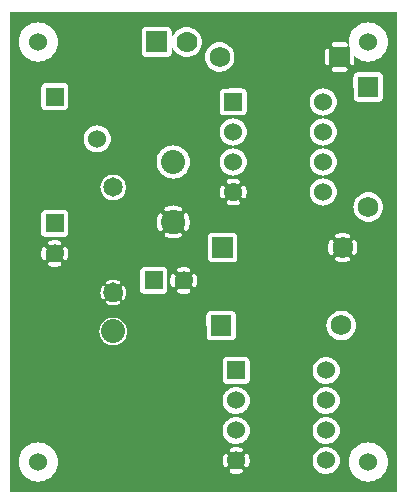
<source format=gbl>
G04 start of page 3 for group 1 idx 1 *
G04 Title: (unknown), ground *
G04 Creator: pcb 20110918 *
G04 CreationDate: Tue 15 Sep 2015 23:47:47 GMT UTC *
G04 For: ksarkies *
G04 Format: Gerber/RS-274X *
G04 PCB-Dimensions: 130000 160000 *
G04 PCB-Coordinate-Origin: lower left *
%MOIN*%
%FSLAX25Y25*%
%LNBOTTOM*%
%ADD42C,0.0280*%
%ADD41C,0.0400*%
%ADD40C,0.0350*%
%ADD39C,0.0280*%
%ADD38C,0.0440*%
%ADD37C,0.0300*%
%ADD36C,0.0380*%
%ADD35C,0.0850*%
%ADD34C,0.0800*%
%ADD33C,0.0700*%
%ADD32C,0.0680*%
%ADD31C,0.0650*%
%ADD30C,0.0800*%
%ADD29C,0.0600*%
%ADD28C,0.0001*%
G54D28*G36*
X119992Y160000D02*X129500D01*
Y0D01*
X119992D01*
Y3481D01*
X120000Y3480D01*
X121020Y3560D01*
X122015Y3799D01*
X122960Y4191D01*
X123832Y4725D01*
X124610Y5390D01*
X125275Y6168D01*
X125809Y7040D01*
X126201Y7985D01*
X126440Y8980D01*
X126500Y10000D01*
X126440Y11020D01*
X126201Y12015D01*
X125809Y12960D01*
X125275Y13832D01*
X124610Y14610D01*
X123832Y15275D01*
X122960Y15809D01*
X122015Y16201D01*
X121020Y16440D01*
X120000Y16520D01*
X119992Y16519D01*
Y90085D01*
X120000Y90085D01*
X120769Y90145D01*
X121519Y90325D01*
X122231Y90621D01*
X122889Y91024D01*
X123476Y91524D01*
X123976Y92111D01*
X124379Y92769D01*
X124675Y93481D01*
X124855Y94231D01*
X124900Y95000D01*
X124855Y95769D01*
X124675Y96519D01*
X124379Y97231D01*
X123976Y97889D01*
X123476Y98476D01*
X122889Y98976D01*
X122231Y99379D01*
X121519Y99675D01*
X120769Y99855D01*
X120000Y99915D01*
X119992Y99915D01*
Y130107D01*
X123635Y130114D01*
X123865Y130169D01*
X124083Y130259D01*
X124284Y130383D01*
X124464Y130536D01*
X124617Y130716D01*
X124741Y130917D01*
X124831Y131135D01*
X124886Y131365D01*
X124900Y131600D01*
X124886Y138635D01*
X124831Y138865D01*
X124741Y139083D01*
X124617Y139284D01*
X124464Y139464D01*
X124284Y139617D01*
X124083Y139741D01*
X123865Y139831D01*
X123635Y139886D01*
X123400Y139900D01*
X119992Y139893D01*
Y143481D01*
X120000Y143480D01*
X121020Y143560D01*
X122015Y143799D01*
X122960Y144191D01*
X123832Y144725D01*
X124610Y145390D01*
X125275Y146168D01*
X125809Y147040D01*
X126201Y147985D01*
X126440Y148980D01*
X126500Y150000D01*
X126440Y151020D01*
X126201Y152015D01*
X125809Y152960D01*
X125275Y153832D01*
X124610Y154610D01*
X123832Y155275D01*
X122960Y155809D01*
X122015Y156201D01*
X121020Y156440D01*
X120000Y156520D01*
X119992Y156519D01*
Y160000D01*
G37*
G36*
X115464Y5326D02*X116168Y4725D01*
X117040Y4191D01*
X117985Y3799D01*
X118980Y3560D01*
X119992Y3481D01*
Y0D01*
X115464D01*
Y5326D01*
G37*
G36*
Y93147D02*X115621Y92769D01*
X116024Y92111D01*
X116524Y91524D01*
X117111Y91024D01*
X117769Y90621D01*
X118481Y90325D01*
X119231Y90145D01*
X119992Y90085D01*
Y16519D01*
X118980Y16440D01*
X117985Y16201D01*
X117040Y15809D01*
X116168Y15275D01*
X115464Y14674D01*
Y53472D01*
X115675Y53981D01*
X115855Y54731D01*
X115900Y55500D01*
X115855Y56269D01*
X115675Y57019D01*
X115464Y57528D01*
Y79064D01*
X115549Y79089D01*
X115655Y79139D01*
X115753Y79206D01*
X115839Y79287D01*
X115911Y79380D01*
X115966Y79484D01*
X116141Y79912D01*
X116270Y80355D01*
X116357Y80809D01*
X116400Y81269D01*
Y81731D01*
X116357Y82191D01*
X116270Y82645D01*
X116141Y83088D01*
X115971Y83518D01*
X115915Y83622D01*
X115842Y83716D01*
X115755Y83797D01*
X115657Y83864D01*
X115550Y83914D01*
X115464Y83940D01*
Y93147D01*
G37*
G36*
Y130621D02*X115536Y130536D01*
X115716Y130383D01*
X115917Y130259D01*
X116135Y130169D01*
X116365Y130114D01*
X116600Y130100D01*
X119992Y130107D01*
Y99915D01*
X119231Y99855D01*
X118481Y99675D01*
X117769Y99379D01*
X117111Y98976D01*
X116524Y98476D01*
X116024Y97889D01*
X115621Y97231D01*
X115464Y96853D01*
Y130621D01*
G37*
G36*
Y145326D02*X116168Y144725D01*
X117040Y144191D01*
X117985Y143799D01*
X118980Y143560D01*
X119992Y143481D01*
Y139893D01*
X116365Y139886D01*
X116135Y139831D01*
X115917Y139741D01*
X115716Y139617D01*
X115536Y139464D01*
X115464Y139379D01*
Y145326D01*
G37*
G36*
Y160000D02*X119992D01*
Y156519D01*
X118980Y156440D01*
X117985Y156201D01*
X117040Y155809D01*
X116168Y155275D01*
X115464Y154674D01*
Y160000D01*
G37*
G36*
Y14674D02*X115390Y14610D01*
X114725Y13832D01*
X114191Y12960D01*
X113799Y12015D01*
X113560Y11020D01*
X113480Y10000D01*
X113560Y8980D01*
X113799Y7985D01*
X114191Y7040D01*
X114725Y6168D01*
X115390Y5390D01*
X115464Y5326D01*
Y0D01*
X110500D01*
Y50624D01*
X111000Y50585D01*
X111769Y50645D01*
X112519Y50825D01*
X113231Y51121D01*
X113889Y51524D01*
X114476Y52024D01*
X114976Y52611D01*
X115379Y53269D01*
X115464Y53472D01*
Y14674D01*
G37*
G36*
X110500Y160000D02*X115464D01*
Y154674D01*
X115390Y154610D01*
X114725Y153832D01*
X114191Y152960D01*
X113799Y152015D01*
X113560Y151020D01*
X113480Y150000D01*
X113560Y148980D01*
X113799Y147985D01*
X114058Y147361D01*
X114041Y147342D01*
X113980Y147242D01*
X113935Y147132D01*
X113907Y147018D01*
X113900Y146900D01*
Y143100D01*
X113907Y142982D01*
X113935Y142868D01*
X113980Y142758D01*
X114041Y142658D01*
X114118Y142568D01*
X114208Y142491D01*
X114308Y142430D01*
X114418Y142385D01*
X114532Y142357D01*
X114650Y142348D01*
X114768Y142357D01*
X114882Y142385D01*
X114992Y142430D01*
X115092Y142491D01*
X115182Y142568D01*
X115259Y142658D01*
X115320Y142758D01*
X115365Y142868D01*
X115393Y142982D01*
X115400Y143100D01*
Y145381D01*
X115464Y145326D01*
Y139379D01*
X115383Y139284D01*
X115259Y139083D01*
X115169Y138865D01*
X115114Y138635D01*
X115100Y138400D01*
X115114Y131365D01*
X115169Y131135D01*
X115259Y130917D01*
X115383Y130716D01*
X115464Y130621D01*
Y96853D01*
X115325Y96519D01*
X115145Y95769D01*
X115085Y95000D01*
X115145Y94231D01*
X115325Y93481D01*
X115464Y93147D01*
Y83940D01*
X115436Y83948D01*
X115318Y83962D01*
X115200Y83959D01*
X115083Y83937D01*
X114972Y83896D01*
X114868Y83839D01*
X114774Y83766D01*
X114693Y83680D01*
X114626Y83582D01*
X114575Y83475D01*
X114542Y83361D01*
X114527Y83243D01*
X114531Y83124D01*
X114553Y83008D01*
X114596Y82897D01*
X114717Y82601D01*
X114806Y82293D01*
X114866Y81979D01*
X114896Y81660D01*
Y81340D01*
X114866Y81021D01*
X114806Y80707D01*
X114717Y80399D01*
X114599Y80101D01*
X114557Y79991D01*
X114535Y79875D01*
X114531Y79757D01*
X114546Y79640D01*
X114579Y79527D01*
X114629Y79420D01*
X114696Y79322D01*
X114776Y79236D01*
X114870Y79164D01*
X114973Y79107D01*
X115084Y79067D01*
X115200Y79045D01*
X115318Y79041D01*
X115435Y79056D01*
X115464Y79064D01*
Y57528D01*
X115379Y57731D01*
X114976Y58389D01*
X114476Y58976D01*
X113889Y59476D01*
X113231Y59879D01*
X112519Y60175D01*
X111769Y60355D01*
X111000Y60415D01*
X110500Y60376D01*
Y76702D01*
X110809Y76643D01*
X111269Y76600D01*
X111731D01*
X112191Y76643D01*
X112645Y76730D01*
X113088Y76859D01*
X113518Y77029D01*
X113622Y77085D01*
X113716Y77158D01*
X113797Y77245D01*
X113864Y77343D01*
X113914Y77450D01*
X113948Y77564D01*
X113962Y77682D01*
X113959Y77800D01*
X113936Y77917D01*
X113896Y78028D01*
X113839Y78132D01*
X113766Y78226D01*
X113680Y78307D01*
X113582Y78374D01*
X113475Y78425D01*
X113361Y78458D01*
X113243Y78473D01*
X113124Y78469D01*
X113008Y78447D01*
X112897Y78404D01*
X112601Y78283D01*
X112293Y78194D01*
X111979Y78134D01*
X111660Y78104D01*
X111340D01*
X111021Y78134D01*
X110707Y78194D01*
X110500Y78254D01*
Y84746D01*
X110707Y84806D01*
X111021Y84866D01*
X111340Y84896D01*
X111660D01*
X111979Y84866D01*
X112293Y84806D01*
X112601Y84717D01*
X112899Y84599D01*
X113009Y84557D01*
X113125Y84535D01*
X113243Y84531D01*
X113360Y84546D01*
X113473Y84579D01*
X113580Y84629D01*
X113678Y84696D01*
X113764Y84776D01*
X113836Y84870D01*
X113893Y84973D01*
X113933Y85084D01*
X113955Y85200D01*
X113959Y85318D01*
X113944Y85435D01*
X113911Y85549D01*
X113861Y85655D01*
X113794Y85753D01*
X113713Y85839D01*
X113620Y85911D01*
X113516Y85966D01*
X113088Y86141D01*
X112645Y86270D01*
X112191Y86357D01*
X111731Y86400D01*
X111269D01*
X110809Y86357D01*
X110500Y86298D01*
Y140100D01*
X112400D01*
X112518Y140107D01*
X112632Y140135D01*
X112742Y140180D01*
X112842Y140241D01*
X112932Y140318D01*
X113009Y140408D01*
X113070Y140508D01*
X113115Y140618D01*
X113143Y140732D01*
X113152Y140850D01*
X113143Y140968D01*
X113115Y141082D01*
X113070Y141192D01*
X113009Y141292D01*
X112932Y141382D01*
X112842Y141459D01*
X112742Y141520D01*
X112632Y141565D01*
X112518Y141593D01*
X112400Y141600D01*
X110500D01*
Y148400D01*
X112400D01*
X112518Y148407D01*
X112632Y148435D01*
X112742Y148480D01*
X112842Y148541D01*
X112932Y148618D01*
X113009Y148708D01*
X113070Y148808D01*
X113115Y148918D01*
X113143Y149032D01*
X113152Y149150D01*
X113143Y149268D01*
X113115Y149382D01*
X113070Y149492D01*
X113009Y149592D01*
X112932Y149682D01*
X112842Y149759D01*
X112742Y149820D01*
X112632Y149865D01*
X112518Y149893D01*
X112400Y149900D01*
X110500D01*
Y160000D01*
G37*
G36*
X106350Y53922D02*X106621Y53269D01*
X107024Y52611D01*
X107524Y52024D01*
X108111Y51524D01*
X108769Y51121D01*
X109481Y50825D01*
X110231Y50645D01*
X110500Y50624D01*
Y0D01*
X106350D01*
Y6014D01*
X106706Y6042D01*
X107395Y6207D01*
X108049Y6478D01*
X108653Y6848D01*
X109192Y7308D01*
X109652Y7847D01*
X110022Y8451D01*
X110293Y9105D01*
X110458Y9794D01*
X110500Y10500D01*
X110458Y11206D01*
X110293Y11895D01*
X110022Y12549D01*
X109652Y13153D01*
X109192Y13692D01*
X108653Y14152D01*
X108049Y14522D01*
X107395Y14793D01*
X106706Y14958D01*
X106350Y14986D01*
Y16014D01*
X106706Y16042D01*
X107395Y16207D01*
X108049Y16478D01*
X108653Y16848D01*
X109192Y17308D01*
X109652Y17847D01*
X110022Y18451D01*
X110293Y19105D01*
X110458Y19794D01*
X110500Y20500D01*
X110458Y21206D01*
X110293Y21895D01*
X110022Y22549D01*
X109652Y23153D01*
X109192Y23692D01*
X108653Y24152D01*
X108049Y24522D01*
X107395Y24793D01*
X106706Y24958D01*
X106350Y24986D01*
Y26014D01*
X106706Y26042D01*
X107395Y26207D01*
X108049Y26478D01*
X108653Y26848D01*
X109192Y27308D01*
X109652Y27847D01*
X110022Y28451D01*
X110293Y29105D01*
X110458Y29794D01*
X110500Y30500D01*
X110458Y31206D01*
X110293Y31895D01*
X110022Y32549D01*
X109652Y33153D01*
X109192Y33692D01*
X108653Y34152D01*
X108049Y34522D01*
X107395Y34793D01*
X106706Y34958D01*
X106350Y34986D01*
Y36014D01*
X106706Y36042D01*
X107395Y36207D01*
X108049Y36478D01*
X108653Y36848D01*
X109192Y37308D01*
X109652Y37847D01*
X110022Y38451D01*
X110293Y39105D01*
X110458Y39794D01*
X110500Y40500D01*
X110458Y41206D01*
X110293Y41895D01*
X110022Y42549D01*
X109652Y43153D01*
X109192Y43692D01*
X108653Y44152D01*
X108049Y44522D01*
X107395Y44793D01*
X106706Y44958D01*
X106350Y44986D01*
Y53922D01*
G37*
G36*
X107536Y160000D02*X110500D01*
Y149900D01*
X108600D01*
X108482Y149893D01*
X108368Y149865D01*
X108258Y149820D01*
X108158Y149759D01*
X108068Y149682D01*
X107991Y149592D01*
X107930Y149492D01*
X107885Y149382D01*
X107857Y149268D01*
X107848Y149150D01*
X107857Y149032D01*
X107885Y148918D01*
X107930Y148808D01*
X107991Y148708D01*
X108068Y148618D01*
X108158Y148541D01*
X108258Y148480D01*
X108368Y148435D01*
X108482Y148407D01*
X108600Y148400D01*
X110500D01*
Y141600D01*
X108600D01*
X108482Y141593D01*
X108368Y141565D01*
X108258Y141520D01*
X108158Y141459D01*
X108068Y141382D01*
X107991Y141292D01*
X107930Y141192D01*
X107885Y141082D01*
X107857Y140968D01*
X107848Y140850D01*
X107857Y140732D01*
X107885Y140618D01*
X107930Y140508D01*
X107991Y140408D01*
X108068Y140318D01*
X108158Y140241D01*
X108258Y140180D01*
X108368Y140135D01*
X108482Y140107D01*
X108600Y140100D01*
X110500D01*
Y86298D01*
X110355Y86270D01*
X109912Y86141D01*
X109482Y85971D01*
X109378Y85915D01*
X109284Y85842D01*
X109203Y85755D01*
X109136Y85657D01*
X109086Y85550D01*
X109052Y85436D01*
X109038Y85318D01*
X109041Y85200D01*
X109063Y85083D01*
X109104Y84972D01*
X109161Y84868D01*
X109234Y84774D01*
X109320Y84693D01*
X109418Y84626D01*
X109525Y84575D01*
X109639Y84542D01*
X109757Y84527D01*
X109876Y84531D01*
X109992Y84553D01*
X110103Y84596D01*
X110399Y84717D01*
X110500Y84746D01*
Y78254D01*
X110399Y78283D01*
X110101Y78401D01*
X109991Y78443D01*
X109875Y78465D01*
X109757Y78469D01*
X109640Y78454D01*
X109527Y78421D01*
X109420Y78371D01*
X109322Y78304D01*
X109236Y78224D01*
X109164Y78130D01*
X109107Y78027D01*
X109067Y77916D01*
X109045Y77800D01*
X109041Y77682D01*
X109056Y77565D01*
X109089Y77451D01*
X109139Y77345D01*
X109206Y77247D01*
X109287Y77161D01*
X109380Y77089D01*
X109484Y77034D01*
X109912Y76859D01*
X110355Y76730D01*
X110500Y76702D01*
Y60376D01*
X110231Y60355D01*
X109481Y60175D01*
X108769Y59879D01*
X108111Y59476D01*
X107536Y58986D01*
Y79060D01*
X107564Y79052D01*
X107682Y79038D01*
X107800Y79041D01*
X107917Y79064D01*
X108028Y79104D01*
X108132Y79161D01*
X108226Y79234D01*
X108307Y79320D01*
X108374Y79418D01*
X108425Y79525D01*
X108458Y79639D01*
X108473Y79757D01*
X108469Y79876D01*
X108447Y79992D01*
X108404Y80103D01*
X108283Y80399D01*
X108194Y80707D01*
X108134Y81021D01*
X108104Y81340D01*
Y81660D01*
X108134Y81979D01*
X108194Y82293D01*
X108283Y82601D01*
X108401Y82899D01*
X108443Y83009D01*
X108465Y83125D01*
X108469Y83243D01*
X108454Y83360D01*
X108421Y83473D01*
X108371Y83580D01*
X108304Y83678D01*
X108224Y83764D01*
X108130Y83836D01*
X108027Y83893D01*
X107916Y83933D01*
X107800Y83955D01*
X107682Y83959D01*
X107565Y83944D01*
X107536Y83936D01*
Y96277D01*
X107653Y96348D01*
X108192Y96808D01*
X108652Y97347D01*
X109022Y97951D01*
X109293Y98605D01*
X109458Y99294D01*
X109500Y100000D01*
X109458Y100706D01*
X109293Y101395D01*
X109022Y102049D01*
X108652Y102653D01*
X108192Y103192D01*
X107653Y103652D01*
X107536Y103723D01*
Y106277D01*
X107653Y106348D01*
X108192Y106808D01*
X108652Y107347D01*
X109022Y107951D01*
X109293Y108605D01*
X109458Y109294D01*
X109500Y110000D01*
X109458Y110706D01*
X109293Y111395D01*
X109022Y112049D01*
X108652Y112653D01*
X108192Y113192D01*
X107653Y113652D01*
X107536Y113723D01*
Y116277D01*
X107653Y116348D01*
X108192Y116808D01*
X108652Y117347D01*
X109022Y117951D01*
X109293Y118605D01*
X109458Y119294D01*
X109500Y120000D01*
X109458Y120706D01*
X109293Y121395D01*
X109022Y122049D01*
X108652Y122653D01*
X108192Y123192D01*
X107653Y123652D01*
X107536Y123723D01*
Y126277D01*
X107653Y126348D01*
X108192Y126808D01*
X108652Y127347D01*
X109022Y127951D01*
X109293Y128605D01*
X109458Y129294D01*
X109500Y130000D01*
X109458Y130706D01*
X109293Y131395D01*
X109022Y132049D01*
X108652Y132653D01*
X108192Y133192D01*
X107653Y133652D01*
X107536Y133723D01*
Y160000D01*
G37*
G36*
Y123723D02*X107049Y124022D01*
X106395Y124293D01*
X106350Y124304D01*
Y125696D01*
X106395Y125707D01*
X107049Y125978D01*
X107536Y126277D01*
Y123723D01*
G37*
G36*
Y113723D02*X107049Y114022D01*
X106395Y114293D01*
X106350Y114304D01*
Y115696D01*
X106395Y115707D01*
X107049Y115978D01*
X107536Y116277D01*
Y113723D01*
G37*
G36*
Y103723D02*X107049Y104022D01*
X106395Y104293D01*
X106350Y104304D01*
Y105696D01*
X106395Y105707D01*
X107049Y105978D01*
X107536Y106277D01*
Y103723D01*
G37*
G36*
Y58986D02*X107524Y58976D01*
X107024Y58389D01*
X106621Y57731D01*
X106350Y57078D01*
Y95696D01*
X106395Y95707D01*
X107049Y95978D01*
X107536Y96277D01*
Y83936D01*
X107451Y83911D01*
X107345Y83861D01*
X107247Y83794D01*
X107161Y83713D01*
X107089Y83620D01*
X107034Y83516D01*
X106859Y83088D01*
X106730Y82645D01*
X106643Y82191D01*
X106600Y81731D01*
Y81269D01*
X106643Y80809D01*
X106730Y80355D01*
X106859Y79912D01*
X107029Y79482D01*
X107085Y79378D01*
X107158Y79284D01*
X107245Y79203D01*
X107343Y79136D01*
X107450Y79086D01*
X107536Y79060D01*
Y58986D01*
G37*
G36*
X106350Y160000D02*X107536D01*
Y133723D01*
X107049Y134022D01*
X106395Y134293D01*
X106350Y134304D01*
Y142348D01*
X106468Y142357D01*
X106582Y142385D01*
X106692Y142430D01*
X106792Y142491D01*
X106882Y142568D01*
X106959Y142658D01*
X107020Y142758D01*
X107065Y142868D01*
X107093Y142982D01*
X107100Y143100D01*
Y146900D01*
X107093Y147018D01*
X107065Y147132D01*
X107020Y147242D01*
X106959Y147342D01*
X106882Y147432D01*
X106792Y147509D01*
X106692Y147570D01*
X106582Y147615D01*
X106468Y147643D01*
X106350Y147652D01*
Y160000D01*
G37*
G36*
Y124304D02*X105706Y124458D01*
X105000Y124514D01*
X104993Y124513D01*
Y125487D01*
X105000Y125486D01*
X105706Y125542D01*
X106350Y125696D01*
Y124304D01*
G37*
G36*
Y114304D02*X105706Y114458D01*
X105000Y114514D01*
X104993Y114513D01*
Y115487D01*
X105000Y115486D01*
X105706Y115542D01*
X106350Y115696D01*
Y114304D01*
G37*
G36*
Y104304D02*X105706Y104458D01*
X105000Y104514D01*
X104993Y104513D01*
Y105487D01*
X105000Y105486D01*
X105706Y105542D01*
X106350Y105696D01*
Y104304D01*
G37*
G36*
Y34986D02*X106000Y35014D01*
X105294Y34958D01*
X104993Y34886D01*
Y36114D01*
X105294Y36042D01*
X106000Y35986D01*
X106350Y36014D01*
Y34986D01*
G37*
G36*
Y24986D02*X106000Y25014D01*
X105294Y24958D01*
X104993Y24886D01*
Y26114D01*
X105294Y26042D01*
X106000Y25986D01*
X106350Y26014D01*
Y24986D01*
G37*
G36*
Y14986D02*X106000Y15014D01*
X105294Y14958D01*
X104993Y14886D01*
Y16114D01*
X105294Y16042D01*
X106000Y15986D01*
X106350Y16014D01*
Y14986D01*
G37*
G36*
Y0D02*X104993D01*
Y6114D01*
X105294Y6042D01*
X106000Y5986D01*
X106350Y6014D01*
Y0D01*
G37*
G36*
Y57078D02*X106325Y57019D01*
X106145Y56269D01*
X106085Y55500D01*
X106145Y54731D01*
X106325Y53981D01*
X106350Y53922D01*
Y44986D01*
X106000Y45014D01*
X105294Y44958D01*
X104993Y44886D01*
Y95487D01*
X105000Y95486D01*
X105706Y95542D01*
X106350Y95696D01*
Y57078D01*
G37*
G36*
X104993Y160000D02*X106350D01*
Y147652D01*
X106232Y147643D01*
X106118Y147615D01*
X106008Y147570D01*
X105908Y147509D01*
X105818Y147432D01*
X105741Y147342D01*
X105680Y147242D01*
X105635Y147132D01*
X105607Y147018D01*
X105600Y146900D01*
Y143100D01*
X105607Y142982D01*
X105635Y142868D01*
X105680Y142758D01*
X105741Y142658D01*
X105818Y142568D01*
X105908Y142491D01*
X106008Y142430D01*
X106118Y142385D01*
X106232Y142357D01*
X106350Y142348D01*
Y134304D01*
X105706Y134458D01*
X105000Y134514D01*
X104993Y134513D01*
Y160000D01*
G37*
G36*
X79613D02*X104993D01*
Y134513D01*
X104294Y134458D01*
X103605Y134293D01*
X102951Y134022D01*
X102347Y133652D01*
X101808Y133192D01*
X101348Y132653D01*
X100978Y132049D01*
X100707Y131395D01*
X100542Y130706D01*
X100486Y130000D01*
X100542Y129294D01*
X100707Y128605D01*
X100978Y127951D01*
X101348Y127347D01*
X101808Y126808D01*
X102347Y126348D01*
X102951Y125978D01*
X103605Y125707D01*
X104294Y125542D01*
X104993Y125487D01*
Y124513D01*
X104294Y124458D01*
X103605Y124293D01*
X102951Y124022D01*
X102347Y123652D01*
X101808Y123192D01*
X101348Y122653D01*
X100978Y122049D01*
X100707Y121395D01*
X100542Y120706D01*
X100486Y120000D01*
X100542Y119294D01*
X100707Y118605D01*
X100978Y117951D01*
X101348Y117347D01*
X101808Y116808D01*
X102347Y116348D01*
X102951Y115978D01*
X103605Y115707D01*
X104294Y115542D01*
X104993Y115487D01*
Y114513D01*
X104294Y114458D01*
X103605Y114293D01*
X102951Y114022D01*
X102347Y113652D01*
X101808Y113192D01*
X101348Y112653D01*
X100978Y112049D01*
X100707Y111395D01*
X100542Y110706D01*
X100486Y110000D01*
X100542Y109294D01*
X100707Y108605D01*
X100978Y107951D01*
X101348Y107347D01*
X101808Y106808D01*
X102347Y106348D01*
X102951Y105978D01*
X103605Y105707D01*
X104294Y105542D01*
X104993Y105487D01*
Y104513D01*
X104294Y104458D01*
X103605Y104293D01*
X102951Y104022D01*
X102347Y103652D01*
X101808Y103192D01*
X101348Y102653D01*
X100978Y102049D01*
X100707Y101395D01*
X100542Y100706D01*
X100486Y100000D01*
X100542Y99294D01*
X100707Y98605D01*
X100978Y97951D01*
X101348Y97347D01*
X101808Y96808D01*
X102347Y96348D01*
X102951Y95978D01*
X103605Y95707D01*
X104294Y95542D01*
X104993Y95487D01*
Y44886D01*
X104605Y44793D01*
X103951Y44522D01*
X103347Y44152D01*
X102808Y43692D01*
X102348Y43153D01*
X101978Y42549D01*
X101707Y41895D01*
X101542Y41206D01*
X101486Y40500D01*
X101542Y39794D01*
X101707Y39105D01*
X101978Y38451D01*
X102348Y37847D01*
X102808Y37308D01*
X103347Y36848D01*
X103951Y36478D01*
X104605Y36207D01*
X104993Y36114D01*
Y34886D01*
X104605Y34793D01*
X103951Y34522D01*
X103347Y34152D01*
X102808Y33692D01*
X102348Y33153D01*
X101978Y32549D01*
X101707Y31895D01*
X101542Y31206D01*
X101486Y30500D01*
X101542Y29794D01*
X101707Y29105D01*
X101978Y28451D01*
X102348Y27847D01*
X102808Y27308D01*
X103347Y26848D01*
X103951Y26478D01*
X104605Y26207D01*
X104993Y26114D01*
Y24886D01*
X104605Y24793D01*
X103951Y24522D01*
X103347Y24152D01*
X102808Y23692D01*
X102348Y23153D01*
X101978Y22549D01*
X101707Y21895D01*
X101542Y21206D01*
X101486Y20500D01*
X101542Y19794D01*
X101707Y19105D01*
X101978Y18451D01*
X102348Y17847D01*
X102808Y17308D01*
X103347Y16848D01*
X103951Y16478D01*
X104605Y16207D01*
X104993Y16114D01*
Y14886D01*
X104605Y14793D01*
X103951Y14522D01*
X103347Y14152D01*
X102808Y13692D01*
X102348Y13153D01*
X101978Y12549D01*
X101707Y11895D01*
X101542Y11206D01*
X101486Y10500D01*
X101542Y9794D01*
X101707Y9105D01*
X101978Y8451D01*
X102348Y7847D01*
X102808Y7308D01*
X103347Y6848D01*
X103951Y6478D01*
X104605Y6207D01*
X104993Y6114D01*
Y0D01*
X79613D01*
Y8353D01*
X79656Y8360D01*
X79768Y8397D01*
X79873Y8452D01*
X79968Y8522D01*
X80051Y8606D01*
X80119Y8702D01*
X80170Y8808D01*
X80318Y9216D01*
X80422Y9637D01*
X80484Y10067D01*
X80505Y10500D01*
X80484Y10933D01*
X80422Y11363D01*
X80318Y11784D01*
X80175Y12194D01*
X80122Y12300D01*
X80053Y12396D01*
X79970Y12481D01*
X79875Y12551D01*
X79769Y12606D01*
X79657Y12643D01*
X79613Y12651D01*
Y17802D01*
X79652Y17847D01*
X80022Y18451D01*
X80293Y19105D01*
X80458Y19794D01*
X80500Y20500D01*
X80458Y21206D01*
X80293Y21895D01*
X80022Y22549D01*
X79652Y23153D01*
X79613Y23198D01*
Y27802D01*
X79652Y27847D01*
X80022Y28451D01*
X80293Y29105D01*
X80458Y29794D01*
X80500Y30500D01*
X80458Y31206D01*
X80293Y31895D01*
X80022Y32549D01*
X79652Y33153D01*
X79613Y33198D01*
Y36130D01*
X79683Y36159D01*
X79884Y36283D01*
X80064Y36436D01*
X80217Y36616D01*
X80341Y36817D01*
X80431Y37035D01*
X80486Y37265D01*
X80500Y37500D01*
X80486Y43735D01*
X80431Y43965D01*
X80341Y44183D01*
X80217Y44384D01*
X80064Y44564D01*
X79884Y44717D01*
X79683Y44841D01*
X79613Y44870D01*
Y160000D01*
G37*
G36*
Y33198D02*X79192Y33692D01*
X78653Y34152D01*
X78049Y34522D01*
X77395Y34793D01*
X76706Y34958D01*
X76000Y35014D01*
X75294Y34958D01*
X74993Y34886D01*
Y36004D01*
X79235Y36014D01*
X79465Y36069D01*
X79613Y36130D01*
Y33198D01*
G37*
G36*
Y23198D02*X79192Y23692D01*
X78653Y24152D01*
X78049Y24522D01*
X77395Y24793D01*
X76706Y24958D01*
X76000Y25014D01*
X75294Y24958D01*
X74993Y24886D01*
Y26114D01*
X75294Y26042D01*
X76000Y25986D01*
X76706Y26042D01*
X77395Y26207D01*
X78049Y26478D01*
X78653Y26848D01*
X79192Y27308D01*
X79613Y27802D01*
Y23198D01*
G37*
G36*
Y0D02*X74993D01*
Y6114D01*
X75137Y6078D01*
X75567Y6016D01*
X76000Y5995D01*
X76433Y6016D01*
X76863Y6078D01*
X77284Y6182D01*
X77694Y6325D01*
X77800Y6378D01*
X77896Y6447D01*
X77981Y6530D01*
X78051Y6625D01*
X78106Y6731D01*
X78143Y6843D01*
X78163Y6960D01*
X78164Y7079D01*
X78146Y7196D01*
X78110Y7309D01*
X78057Y7415D01*
X77988Y7512D01*
X77905Y7596D01*
X77809Y7667D01*
X77704Y7721D01*
X77592Y7759D01*
X77475Y7778D01*
X77356Y7779D01*
X77239Y7761D01*
X77126Y7723D01*
X76855Y7624D01*
X76575Y7556D01*
X76289Y7514D01*
X76000Y7500D01*
X75711Y7514D01*
X75425Y7556D01*
X75145Y7624D01*
X74993Y7678D01*
Y13320D01*
X75145Y13376D01*
X75425Y13444D01*
X75711Y13486D01*
X76000Y13500D01*
X76289Y13486D01*
X76575Y13444D01*
X76855Y13376D01*
X77128Y13280D01*
X77239Y13242D01*
X77356Y13225D01*
X77474Y13225D01*
X77591Y13245D01*
X77703Y13282D01*
X77807Y13336D01*
X77902Y13406D01*
X77985Y13491D01*
X78054Y13587D01*
X78107Y13692D01*
X78143Y13805D01*
X78160Y13921D01*
X78159Y14039D01*
X78140Y14156D01*
X78103Y14268D01*
X78048Y14373D01*
X77978Y14468D01*
X77894Y14551D01*
X77798Y14619D01*
X77692Y14670D01*
X77284Y14818D01*
X76863Y14922D01*
X76433Y14984D01*
X76000Y15005D01*
X75567Y14984D01*
X75137Y14922D01*
X74993Y14886D01*
Y16114D01*
X75294Y16042D01*
X76000Y15986D01*
X76706Y16042D01*
X77395Y16207D01*
X78049Y16478D01*
X78653Y16848D01*
X79192Y17308D01*
X79613Y17802D01*
Y12651D01*
X79540Y12663D01*
X79421Y12664D01*
X79304Y12646D01*
X79191Y12610D01*
X79085Y12557D01*
X78988Y12488D01*
X78904Y12405D01*
X78833Y12309D01*
X78779Y12204D01*
X78741Y12092D01*
X78722Y11975D01*
X78721Y11856D01*
X78739Y11739D01*
X78777Y11626D01*
X78876Y11355D01*
X78944Y11075D01*
X78986Y10789D01*
X79000Y10500D01*
X78986Y10211D01*
X78944Y9925D01*
X78876Y9645D01*
X78780Y9372D01*
X78742Y9261D01*
X78725Y9144D01*
X78725Y9026D01*
X78745Y8909D01*
X78782Y8797D01*
X78836Y8693D01*
X78906Y8598D01*
X78991Y8515D01*
X79087Y8446D01*
X79192Y8393D01*
X79305Y8357D01*
X79421Y8340D01*
X79539Y8341D01*
X79613Y8353D01*
Y0D01*
G37*
G36*
X78613Y160000D02*X79613D01*
Y44870D01*
X79465Y44931D01*
X79235Y44986D01*
X79000Y45000D01*
X78613Y44999D01*
Y97853D01*
X78656Y97860D01*
X78768Y97897D01*
X78873Y97952D01*
X78968Y98022D01*
X79051Y98106D01*
X79119Y98202D01*
X79170Y98308D01*
X79318Y98716D01*
X79422Y99137D01*
X79484Y99567D01*
X79505Y100000D01*
X79484Y100433D01*
X79422Y100863D01*
X79318Y101284D01*
X79175Y101694D01*
X79122Y101800D01*
X79053Y101896D01*
X78970Y101981D01*
X78875Y102051D01*
X78769Y102106D01*
X78657Y102143D01*
X78613Y102151D01*
Y107302D01*
X78652Y107347D01*
X79022Y107951D01*
X79293Y108605D01*
X79458Y109294D01*
X79500Y110000D01*
X79458Y110706D01*
X79293Y111395D01*
X79022Y112049D01*
X78652Y112653D01*
X78613Y112698D01*
Y117302D01*
X78652Y117347D01*
X79022Y117951D01*
X79293Y118605D01*
X79458Y119294D01*
X79500Y120000D01*
X79458Y120706D01*
X79293Y121395D01*
X79022Y122049D01*
X78652Y122653D01*
X78613Y122698D01*
Y125630D01*
X78683Y125659D01*
X78884Y125783D01*
X79064Y125936D01*
X79217Y126116D01*
X79341Y126317D01*
X79431Y126535D01*
X79486Y126765D01*
X79500Y127000D01*
X79486Y133235D01*
X79431Y133465D01*
X79341Y133683D01*
X79217Y133884D01*
X79064Y134064D01*
X78884Y134217D01*
X78683Y134341D01*
X78613Y134370D01*
Y160000D01*
G37*
G36*
Y122698D02*X78192Y123192D01*
X77653Y123652D01*
X77049Y124022D01*
X76395Y124293D01*
X75706Y124458D01*
X75000Y124514D01*
X74993Y124513D01*
Y125507D01*
X78235Y125514D01*
X78465Y125569D01*
X78613Y125630D01*
Y122698D01*
G37*
G36*
Y112698D02*X78192Y113192D01*
X77653Y113652D01*
X77049Y114022D01*
X76395Y114293D01*
X75706Y114458D01*
X75000Y114514D01*
X74993Y114513D01*
Y115487D01*
X75000Y115486D01*
X75706Y115542D01*
X76395Y115707D01*
X77049Y115978D01*
X77653Y116348D01*
X78192Y116808D01*
X78613Y117302D01*
Y112698D01*
G37*
G36*
Y44999D02*X74993Y44991D01*
Y50722D01*
X75083Y50759D01*
X75284Y50883D01*
X75464Y51036D01*
X75617Y51216D01*
X75741Y51417D01*
X75831Y51635D01*
X75886Y51865D01*
X75900Y52100D01*
X75886Y59135D01*
X75831Y59365D01*
X75741Y59583D01*
X75617Y59784D01*
X75464Y59964D01*
X75284Y60117D01*
X75083Y60241D01*
X74993Y60278D01*
Y76614D01*
X75135Y76614D01*
X75365Y76669D01*
X75583Y76759D01*
X75784Y76883D01*
X75964Y77036D01*
X76117Y77216D01*
X76241Y77417D01*
X76331Y77635D01*
X76386Y77865D01*
X76400Y78100D01*
X76386Y85135D01*
X76331Y85365D01*
X76241Y85583D01*
X76117Y85784D01*
X75964Y85964D01*
X75784Y86117D01*
X75583Y86241D01*
X75365Y86331D01*
X75135Y86386D01*
X74993Y86395D01*
Y95495D01*
X75000Y95495D01*
X75433Y95516D01*
X75863Y95578D01*
X76284Y95682D01*
X76694Y95825D01*
X76800Y95878D01*
X76896Y95947D01*
X76981Y96030D01*
X77051Y96125D01*
X77106Y96231D01*
X77143Y96343D01*
X77163Y96460D01*
X77164Y96579D01*
X77146Y96696D01*
X77110Y96809D01*
X77057Y96915D01*
X76988Y97012D01*
X76905Y97096D01*
X76809Y97167D01*
X76704Y97221D01*
X76592Y97259D01*
X76475Y97278D01*
X76356Y97279D01*
X76239Y97261D01*
X76126Y97223D01*
X75855Y97124D01*
X75575Y97056D01*
X75289Y97014D01*
X75000Y97000D01*
X74993Y97000D01*
Y103000D01*
X75000Y103000D01*
X75289Y102986D01*
X75575Y102944D01*
X75855Y102876D01*
X76128Y102780D01*
X76239Y102742D01*
X76356Y102725D01*
X76474Y102725D01*
X76591Y102745D01*
X76703Y102782D01*
X76807Y102836D01*
X76902Y102906D01*
X76985Y102991D01*
X77054Y103087D01*
X77107Y103192D01*
X77143Y103305D01*
X77160Y103421D01*
X77159Y103539D01*
X77140Y103656D01*
X77103Y103768D01*
X77048Y103873D01*
X76978Y103968D01*
X76894Y104051D01*
X76798Y104119D01*
X76692Y104170D01*
X76284Y104318D01*
X75863Y104422D01*
X75433Y104484D01*
X75000Y104505D01*
X74993Y104505D01*
Y105487D01*
X75000Y105486D01*
X75706Y105542D01*
X76395Y105707D01*
X77049Y105978D01*
X77653Y106348D01*
X78192Y106808D01*
X78613Y107302D01*
Y102151D01*
X78540Y102163D01*
X78421Y102164D01*
X78304Y102146D01*
X78191Y102110D01*
X78085Y102057D01*
X77988Y101988D01*
X77904Y101905D01*
X77833Y101809D01*
X77779Y101704D01*
X77741Y101592D01*
X77722Y101475D01*
X77721Y101356D01*
X77739Y101239D01*
X77777Y101126D01*
X77876Y100855D01*
X77944Y100575D01*
X77986Y100289D01*
X78000Y100000D01*
X77986Y99711D01*
X77944Y99425D01*
X77876Y99145D01*
X77780Y98872D01*
X77742Y98761D01*
X77725Y98644D01*
X77725Y98526D01*
X77745Y98409D01*
X77782Y98297D01*
X77836Y98193D01*
X77906Y98098D01*
X77991Y98015D01*
X78087Y97946D01*
X78192Y97893D01*
X78305Y97857D01*
X78421Y97840D01*
X78539Y97841D01*
X78613Y97853D01*
Y44999D01*
G37*
G36*
X74993Y160000D02*X78613D01*
Y134370D01*
X78465Y134431D01*
X78235Y134486D01*
X78000Y134500D01*
X74993Y134493D01*
Y143043D01*
X75175Y143481D01*
X75355Y144231D01*
X75400Y145000D01*
X75355Y145769D01*
X75175Y146519D01*
X74993Y146957D01*
Y160000D01*
G37*
G36*
X72387Y17802D02*X72808Y17308D01*
X73347Y16848D01*
X73951Y16478D01*
X74605Y16207D01*
X74993Y16114D01*
Y14886D01*
X74716Y14818D01*
X74306Y14675D01*
X74200Y14622D01*
X74104Y14553D01*
X74019Y14470D01*
X73949Y14375D01*
X73894Y14269D01*
X73857Y14157D01*
X73837Y14040D01*
X73836Y13921D01*
X73854Y13804D01*
X73890Y13691D01*
X73943Y13585D01*
X74012Y13488D01*
X74095Y13404D01*
X74191Y13333D01*
X74296Y13279D01*
X74408Y13241D01*
X74525Y13222D01*
X74644Y13221D01*
X74761Y13239D01*
X74874Y13277D01*
X74993Y13320D01*
Y7678D01*
X74872Y7720D01*
X74761Y7758D01*
X74644Y7775D01*
X74526Y7775D01*
X74409Y7755D01*
X74297Y7718D01*
X74193Y7664D01*
X74098Y7594D01*
X74015Y7509D01*
X73946Y7413D01*
X73893Y7308D01*
X73857Y7195D01*
X73840Y7079D01*
X73841Y6961D01*
X73860Y6844D01*
X73897Y6732D01*
X73952Y6627D01*
X74022Y6532D01*
X74106Y6449D01*
X74202Y6381D01*
X74308Y6330D01*
X74716Y6182D01*
X74993Y6114D01*
Y0D01*
X72387D01*
Y8349D01*
X72460Y8337D01*
X72579Y8336D01*
X72696Y8354D01*
X72809Y8390D01*
X72915Y8443D01*
X73012Y8512D01*
X73096Y8595D01*
X73167Y8691D01*
X73221Y8796D01*
X73259Y8908D01*
X73278Y9025D01*
X73279Y9144D01*
X73261Y9261D01*
X73223Y9374D01*
X73124Y9645D01*
X73056Y9925D01*
X73014Y10211D01*
X73000Y10500D01*
X73014Y10789D01*
X73056Y11075D01*
X73124Y11355D01*
X73220Y11628D01*
X73258Y11739D01*
X73275Y11856D01*
X73275Y11974D01*
X73255Y12091D01*
X73218Y12203D01*
X73164Y12307D01*
X73094Y12402D01*
X73009Y12485D01*
X72913Y12554D01*
X72808Y12607D01*
X72695Y12643D01*
X72579Y12660D01*
X72461Y12659D01*
X72387Y12647D01*
Y17802D01*
G37*
G36*
Y27802D02*X72808Y27308D01*
X73347Y26848D01*
X73951Y26478D01*
X74605Y26207D01*
X74993Y26114D01*
Y24886D01*
X74605Y24793D01*
X73951Y24522D01*
X73347Y24152D01*
X72808Y23692D01*
X72387Y23198D01*
Y27802D01*
G37*
G36*
Y36130D02*X72535Y36069D01*
X72765Y36014D01*
X73000Y36000D01*
X74993Y36004D01*
Y34886D01*
X74605Y34793D01*
X73951Y34522D01*
X73347Y34152D01*
X72808Y33692D01*
X72387Y33198D01*
Y36130D01*
G37*
G36*
Y50609D02*X74635Y50614D01*
X74865Y50669D01*
X74993Y50722D01*
Y44991D01*
X72765Y44986D01*
X72535Y44931D01*
X72387Y44870D01*
Y50609D01*
G37*
G36*
Y76608D02*X74993Y76614D01*
Y60278D01*
X74865Y60331D01*
X74635Y60386D01*
X74400Y60400D01*
X72387Y60396D01*
Y76608D01*
G37*
G36*
Y106324D02*X72951Y105978D01*
X73605Y105707D01*
X74294Y105542D01*
X74993Y105487D01*
Y104505D01*
X74567Y104484D01*
X74137Y104422D01*
X73716Y104318D01*
X73306Y104175D01*
X73200Y104122D01*
X73104Y104053D01*
X73019Y103970D01*
X72949Y103875D01*
X72894Y103769D01*
X72857Y103657D01*
X72837Y103540D01*
X72836Y103421D01*
X72854Y103304D01*
X72890Y103191D01*
X72943Y103085D01*
X73012Y102988D01*
X73095Y102904D01*
X73191Y102833D01*
X73296Y102779D01*
X73408Y102741D01*
X73525Y102722D01*
X73644Y102721D01*
X73761Y102739D01*
X73874Y102777D01*
X74145Y102876D01*
X74425Y102944D01*
X74711Y102986D01*
X74993Y103000D01*
Y97000D01*
X74711Y97014D01*
X74425Y97056D01*
X74145Y97124D01*
X73872Y97220D01*
X73761Y97258D01*
X73644Y97275D01*
X73526Y97275D01*
X73409Y97255D01*
X73297Y97218D01*
X73193Y97164D01*
X73098Y97094D01*
X73015Y97009D01*
X72946Y96913D01*
X72893Y96808D01*
X72857Y96695D01*
X72840Y96579D01*
X72841Y96461D01*
X72860Y96344D01*
X72897Y96232D01*
X72952Y96127D01*
X73022Y96032D01*
X73106Y95949D01*
X73202Y95881D01*
X73308Y95830D01*
X73716Y95682D01*
X74137Y95578D01*
X74567Y95516D01*
X74993Y95495D01*
Y86395D01*
X74900Y86400D01*
X72387Y86395D01*
Y106324D01*
G37*
G36*
Y116324D02*X72951Y115978D01*
X73605Y115707D01*
X74294Y115542D01*
X74993Y115487D01*
Y114513D01*
X74294Y114458D01*
X73605Y114293D01*
X72951Y114022D01*
X72387Y113676D01*
Y116324D01*
G37*
G36*
Y125501D02*X74993Y125507D01*
Y124513D01*
X74294Y124458D01*
X73605Y124293D01*
X72951Y124022D01*
X72387Y123676D01*
Y125501D01*
G37*
G36*
Y140478D02*X72731Y140621D01*
X73389Y141024D01*
X73976Y141524D01*
X74476Y142111D01*
X74879Y142769D01*
X74993Y143043D01*
Y134493D01*
X72387Y134487D01*
Y140478D01*
G37*
G36*
Y160000D02*X74993D01*
Y146957D01*
X74879Y147231D01*
X74476Y147889D01*
X73976Y148476D01*
X73389Y148976D01*
X72731Y149379D01*
X72387Y149522D01*
Y160000D01*
G37*
G36*
X71387Y50607D02*X72387Y50609D01*
Y44870D01*
X72317Y44841D01*
X72116Y44717D01*
X71936Y44564D01*
X71783Y44384D01*
X71659Y44183D01*
X71569Y43965D01*
X71514Y43735D01*
X71500Y43500D01*
X71514Y37265D01*
X71569Y37035D01*
X71659Y36817D01*
X71783Y36616D01*
X71936Y36436D01*
X72116Y36283D01*
X72317Y36159D01*
X72387Y36130D01*
Y33198D01*
X72348Y33153D01*
X71978Y32549D01*
X71707Y31895D01*
X71542Y31206D01*
X71486Y30500D01*
X71542Y29794D01*
X71707Y29105D01*
X71978Y28451D01*
X72348Y27847D01*
X72387Y27802D01*
Y23198D01*
X72348Y23153D01*
X71978Y22549D01*
X71707Y21895D01*
X71542Y21206D01*
X71486Y20500D01*
X71542Y19794D01*
X71707Y19105D01*
X71978Y18451D01*
X72348Y17847D01*
X72387Y17802D01*
Y12647D01*
X72344Y12640D01*
X72232Y12603D01*
X72127Y12548D01*
X72032Y12478D01*
X71949Y12394D01*
X71881Y12298D01*
X71830Y12192D01*
X71682Y11784D01*
X71578Y11363D01*
X71516Y10933D01*
X71495Y10500D01*
X71516Y10067D01*
X71578Y9637D01*
X71682Y9216D01*
X71825Y8806D01*
X71878Y8700D01*
X71947Y8604D01*
X72030Y8519D01*
X72125Y8449D01*
X72231Y8394D01*
X72343Y8357D01*
X72387Y8349D01*
Y0D01*
X71387D01*
Y50607D01*
G37*
G36*
Y76606D02*X72387Y76608D01*
Y60396D01*
X71387Y60394D01*
Y76606D01*
G37*
G36*
Y107302D02*X71808Y106808D01*
X72347Y106348D01*
X72387Y106324D01*
Y86395D01*
X71387Y86393D01*
Y97849D01*
X71460Y97837D01*
X71579Y97836D01*
X71696Y97854D01*
X71809Y97890D01*
X71915Y97943D01*
X72012Y98012D01*
X72096Y98095D01*
X72167Y98191D01*
X72221Y98296D01*
X72259Y98408D01*
X72278Y98525D01*
X72279Y98644D01*
X72261Y98761D01*
X72223Y98874D01*
X72124Y99145D01*
X72056Y99425D01*
X72014Y99711D01*
X72000Y100000D01*
X72014Y100289D01*
X72056Y100575D01*
X72124Y100855D01*
X72220Y101128D01*
X72258Y101239D01*
X72275Y101356D01*
X72275Y101474D01*
X72255Y101591D01*
X72218Y101703D01*
X72164Y101807D01*
X72094Y101902D01*
X72009Y101985D01*
X71913Y102054D01*
X71808Y102107D01*
X71695Y102143D01*
X71579Y102160D01*
X71461Y102159D01*
X71387Y102147D01*
Y107302D01*
G37*
G36*
Y117302D02*X71808Y116808D01*
X72347Y116348D01*
X72387Y116324D01*
Y113676D01*
X72347Y113652D01*
X71808Y113192D01*
X71387Y112698D01*
Y117302D01*
G37*
G36*
Y125630D02*X71535Y125569D01*
X71765Y125514D01*
X72000Y125500D01*
X72387Y125501D01*
Y123676D01*
X72347Y123652D01*
X71808Y123192D01*
X71387Y122698D01*
Y125630D01*
G37*
G36*
Y140174D02*X72019Y140325D01*
X72387Y140478D01*
Y134487D01*
X71765Y134486D01*
X71535Y134431D01*
X71387Y134370D01*
Y140174D01*
G37*
G36*
Y160000D02*X72387D01*
Y149522D01*
X72019Y149675D01*
X71387Y149826D01*
Y160000D01*
G37*
G36*
X62113D02*X71387D01*
Y149826D01*
X71269Y149855D01*
X70500Y149915D01*
X69731Y149855D01*
X68981Y149675D01*
X68269Y149379D01*
X67611Y148976D01*
X67024Y148476D01*
X66524Y147889D01*
X66121Y147231D01*
X65825Y146519D01*
X65645Y145769D01*
X65585Y145000D01*
X65645Y144231D01*
X65825Y143481D01*
X66121Y142769D01*
X66524Y142111D01*
X67024Y141524D01*
X67611Y141024D01*
X68269Y140621D01*
X68981Y140325D01*
X69731Y140145D01*
X70500Y140085D01*
X71269Y140145D01*
X71387Y140174D01*
Y134370D01*
X71317Y134341D01*
X71116Y134217D01*
X70936Y134064D01*
X70783Y133884D01*
X70659Y133683D01*
X70569Y133465D01*
X70514Y133235D01*
X70500Y133000D01*
X70514Y126765D01*
X70569Y126535D01*
X70659Y126317D01*
X70783Y126116D01*
X70936Y125936D01*
X71116Y125783D01*
X71317Y125659D01*
X71387Y125630D01*
Y122698D01*
X71348Y122653D01*
X70978Y122049D01*
X70707Y121395D01*
X70542Y120706D01*
X70486Y120000D01*
X70542Y119294D01*
X70707Y118605D01*
X70978Y117951D01*
X71348Y117347D01*
X71387Y117302D01*
Y112698D01*
X71348Y112653D01*
X70978Y112049D01*
X70707Y111395D01*
X70542Y110706D01*
X70486Y110000D01*
X70542Y109294D01*
X70707Y108605D01*
X70978Y107951D01*
X71348Y107347D01*
X71387Y107302D01*
Y102147D01*
X71344Y102140D01*
X71232Y102103D01*
X71127Y102048D01*
X71032Y101978D01*
X70949Y101894D01*
X70881Y101798D01*
X70830Y101692D01*
X70682Y101284D01*
X70578Y100863D01*
X70516Y100433D01*
X70495Y100000D01*
X70516Y99567D01*
X70578Y99137D01*
X70682Y98716D01*
X70825Y98306D01*
X70878Y98200D01*
X70947Y98104D01*
X71030Y98019D01*
X71125Y97949D01*
X71231Y97894D01*
X71343Y97857D01*
X71387Y97849D01*
Y86393D01*
X67865Y86386D01*
X67635Y86331D01*
X67417Y86241D01*
X67216Y86117D01*
X67036Y85964D01*
X66883Y85784D01*
X66759Y85583D01*
X66669Y85365D01*
X66614Y85135D01*
X66600Y84900D01*
X66614Y77865D01*
X66669Y77635D01*
X66759Y77417D01*
X66883Y77216D01*
X67036Y77036D01*
X67216Y76883D01*
X67417Y76759D01*
X67635Y76669D01*
X67865Y76614D01*
X68100Y76600D01*
X71387Y76606D01*
Y60394D01*
X67365Y60386D01*
X67135Y60331D01*
X66917Y60241D01*
X66716Y60117D01*
X66536Y59964D01*
X66383Y59784D01*
X66259Y59583D01*
X66169Y59365D01*
X66114Y59135D01*
X66100Y58900D01*
X66114Y51865D01*
X66169Y51635D01*
X66259Y51417D01*
X66383Y51216D01*
X66536Y51036D01*
X66716Y50883D01*
X66917Y50759D01*
X67135Y50669D01*
X67365Y50614D01*
X67600Y50600D01*
X71387Y50607D01*
Y0D01*
X62113D01*
Y68353D01*
X62156Y68360D01*
X62268Y68397D01*
X62373Y68452D01*
X62468Y68522D01*
X62551Y68606D01*
X62619Y68702D01*
X62670Y68808D01*
X62818Y69216D01*
X62922Y69637D01*
X62984Y70067D01*
X63005Y70500D01*
X62984Y70933D01*
X62922Y71363D01*
X62818Y71784D01*
X62675Y72194D01*
X62622Y72300D01*
X62553Y72396D01*
X62470Y72481D01*
X62375Y72551D01*
X62269Y72606D01*
X62157Y72643D01*
X62113Y72651D01*
Y145737D01*
X62448Y145942D01*
X63046Y146454D01*
X63558Y147052D01*
X63969Y147723D01*
X64270Y148450D01*
X64454Y149215D01*
X64500Y150000D01*
X64454Y150785D01*
X64270Y151550D01*
X63969Y152277D01*
X63558Y152948D01*
X63046Y153546D01*
X62448Y154058D01*
X62113Y154263D01*
Y160000D01*
G37*
G36*
Y0D02*X59493D01*
Y66110D01*
X59784Y66182D01*
X60194Y66325D01*
X60300Y66378D01*
X60396Y66447D01*
X60481Y66530D01*
X60551Y66625D01*
X60606Y66731D01*
X60643Y66843D01*
X60663Y66960D01*
X60664Y67079D01*
X60646Y67196D01*
X60610Y67309D01*
X60557Y67415D01*
X60488Y67512D01*
X60405Y67596D01*
X60309Y67667D01*
X60204Y67721D01*
X60092Y67759D01*
X59975Y67778D01*
X59856Y67779D01*
X59739Y67761D01*
X59626Y67723D01*
X59493Y67675D01*
Y73327D01*
X59628Y73280D01*
X59739Y73242D01*
X59856Y73225D01*
X59974Y73225D01*
X60091Y73245D01*
X60203Y73282D01*
X60307Y73336D01*
X60402Y73406D01*
X60485Y73491D01*
X60554Y73587D01*
X60607Y73692D01*
X60643Y73805D01*
X60660Y73921D01*
X60659Y74039D01*
X60640Y74156D01*
X60603Y74268D01*
X60548Y74373D01*
X60478Y74468D01*
X60394Y74551D01*
X60298Y74619D01*
X60192Y74670D01*
X59784Y74818D01*
X59493Y74890D01*
Y87145D01*
X59578Y87181D01*
X59679Y87243D01*
X59769Y87319D01*
X59845Y87409D01*
X59905Y87511D01*
X60122Y87980D01*
X60289Y88469D01*
X60409Y88972D01*
X60482Y89484D01*
X60506Y90000D01*
X60482Y90516D01*
X60409Y91028D01*
X60289Y91531D01*
X60122Y92020D01*
X59910Y92492D01*
X59849Y92593D01*
X59772Y92684D01*
X59682Y92761D01*
X59580Y92823D01*
X59493Y92860D01*
Y106805D01*
X59916Y107495D01*
X60247Y108295D01*
X60449Y109137D01*
X60500Y110000D01*
X60449Y110863D01*
X60247Y111705D01*
X59916Y112505D01*
X59493Y113195D01*
Y144985D01*
X59500Y144985D01*
X60285Y145046D01*
X61050Y145230D01*
X61777Y145531D01*
X62113Y145737D01*
Y72651D01*
X62040Y72663D01*
X61921Y72664D01*
X61804Y72646D01*
X61691Y72610D01*
X61585Y72557D01*
X61488Y72488D01*
X61404Y72405D01*
X61333Y72309D01*
X61279Y72204D01*
X61241Y72092D01*
X61222Y71975D01*
X61221Y71856D01*
X61239Y71739D01*
X61277Y71626D01*
X61376Y71355D01*
X61444Y71075D01*
X61486Y70789D01*
X61500Y70500D01*
X61486Y70211D01*
X61444Y69925D01*
X61376Y69645D01*
X61280Y69372D01*
X61242Y69261D01*
X61225Y69144D01*
X61225Y69026D01*
X61245Y68909D01*
X61282Y68797D01*
X61336Y68693D01*
X61406Y68598D01*
X61491Y68515D01*
X61587Y68446D01*
X61692Y68393D01*
X61805Y68357D01*
X61921Y68340D01*
X62039Y68341D01*
X62113Y68353D01*
Y0D01*
G37*
G36*
X59493Y160000D02*X62113D01*
Y154263D01*
X61777Y154469D01*
X61050Y154770D01*
X60285Y154954D01*
X59500Y155015D01*
X59493Y155015D01*
Y160000D01*
G37*
G36*
Y113195D02*X59463Y113243D01*
X58901Y113901D01*
X58243Y114463D01*
X57505Y114916D01*
X56705Y115247D01*
X55863Y115449D01*
X55000Y115517D01*
X54992Y115516D01*
Y147819D01*
X55031Y147723D01*
X55442Y147052D01*
X55954Y146454D01*
X56552Y145942D01*
X57223Y145531D01*
X57950Y145230D01*
X58715Y145046D01*
X59493Y144985D01*
Y113195D01*
G37*
G36*
Y0D02*X54992D01*
Y68337D01*
X55079Y68336D01*
X55196Y68354D01*
X55309Y68390D01*
X55415Y68443D01*
X55512Y68512D01*
X55596Y68595D01*
X55667Y68691D01*
X55721Y68796D01*
X55759Y68908D01*
X55778Y69025D01*
X55779Y69144D01*
X55761Y69261D01*
X55723Y69374D01*
X55624Y69645D01*
X55556Y69925D01*
X55514Y70211D01*
X55500Y70500D01*
X55514Y70789D01*
X55556Y71075D01*
X55624Y71355D01*
X55720Y71628D01*
X55758Y71739D01*
X55775Y71856D01*
X55775Y71974D01*
X55755Y72091D01*
X55718Y72203D01*
X55664Y72307D01*
X55594Y72402D01*
X55509Y72485D01*
X55413Y72554D01*
X55308Y72607D01*
X55195Y72643D01*
X55079Y72660D01*
X54992Y72659D01*
Y84494D01*
X55000Y84494D01*
X55516Y84518D01*
X56028Y84591D01*
X56531Y84711D01*
X57020Y84878D01*
X57492Y85090D01*
X57593Y85151D01*
X57684Y85228D01*
X57761Y85318D01*
X57823Y85420D01*
X57869Y85529D01*
X57897Y85645D01*
X57906Y85763D01*
X57897Y85881D01*
X57870Y85997D01*
X57824Y86107D01*
X57762Y86208D01*
X57686Y86298D01*
X57595Y86376D01*
X57494Y86438D01*
X57385Y86484D01*
X57269Y86511D01*
X57151Y86521D01*
X57032Y86512D01*
X56917Y86484D01*
X56808Y86437D01*
X56468Y86279D01*
X56112Y86158D01*
X55747Y86070D01*
X55375Y86018D01*
X55000Y86000D01*
X54992Y86000D01*
Y94000D01*
X55000Y94000D01*
X55375Y93982D01*
X55747Y93930D01*
X56112Y93842D01*
X56468Y93721D01*
X56810Y93567D01*
X56918Y93520D01*
X57033Y93493D01*
X57151Y93483D01*
X57268Y93493D01*
X57383Y93521D01*
X57492Y93566D01*
X57593Y93628D01*
X57682Y93705D01*
X57759Y93795D01*
X57820Y93895D01*
X57865Y94004D01*
X57893Y94119D01*
X57902Y94237D01*
X57892Y94355D01*
X57865Y94469D01*
X57819Y94578D01*
X57757Y94679D01*
X57681Y94769D01*
X57591Y94845D01*
X57489Y94905D01*
X57020Y95122D01*
X56531Y95289D01*
X56028Y95409D01*
X55516Y95482D01*
X55000Y95506D01*
X54992Y95506D01*
Y104484D01*
X55000Y104483D01*
X55863Y104551D01*
X56705Y104753D01*
X57505Y105084D01*
X58243Y105537D01*
X58901Y106099D01*
X59463Y106757D01*
X59493Y106805D01*
Y92860D01*
X59471Y92869D01*
X59355Y92897D01*
X59237Y92906D01*
X59119Y92897D01*
X59003Y92870D01*
X58893Y92824D01*
X58792Y92762D01*
X58702Y92686D01*
X58624Y92595D01*
X58562Y92494D01*
X58516Y92385D01*
X58489Y92269D01*
X58479Y92151D01*
X58488Y92032D01*
X58516Y91917D01*
X58563Y91808D01*
X58721Y91468D01*
X58842Y91112D01*
X58930Y90747D01*
X58982Y90375D01*
X59000Y90000D01*
X58982Y89625D01*
X58930Y89253D01*
X58842Y88888D01*
X58721Y88532D01*
X58567Y88190D01*
X58520Y88082D01*
X58493Y87967D01*
X58483Y87849D01*
X58493Y87732D01*
X58521Y87617D01*
X58566Y87508D01*
X58628Y87407D01*
X58705Y87318D01*
X58795Y87241D01*
X58895Y87180D01*
X59004Y87135D01*
X59119Y87107D01*
X59237Y87098D01*
X59355Y87108D01*
X59469Y87135D01*
X59493Y87145D01*
Y74890D01*
X59363Y74922D01*
X58933Y74984D01*
X58500Y75005D01*
X58067Y74984D01*
X57637Y74922D01*
X57216Y74818D01*
X56806Y74675D01*
X56700Y74622D01*
X56604Y74553D01*
X56519Y74470D01*
X56449Y74375D01*
X56394Y74269D01*
X56357Y74157D01*
X56337Y74040D01*
X56336Y73921D01*
X56354Y73804D01*
X56390Y73691D01*
X56443Y73585D01*
X56512Y73488D01*
X56595Y73404D01*
X56691Y73333D01*
X56796Y73279D01*
X56908Y73241D01*
X57025Y73222D01*
X57144Y73221D01*
X57261Y73239D01*
X57374Y73277D01*
X57645Y73376D01*
X57925Y73444D01*
X58211Y73486D01*
X58500Y73500D01*
X58789Y73486D01*
X59075Y73444D01*
X59355Y73376D01*
X59493Y73327D01*
Y67675D01*
X59355Y67624D01*
X59075Y67556D01*
X58789Y67514D01*
X58500Y67500D01*
X58211Y67514D01*
X57925Y67556D01*
X57645Y67624D01*
X57372Y67720D01*
X57261Y67758D01*
X57144Y67775D01*
X57026Y67775D01*
X56909Y67755D01*
X56797Y67718D01*
X56693Y67664D01*
X56598Y67594D01*
X56515Y67509D01*
X56446Y67413D01*
X56393Y67308D01*
X56357Y67195D01*
X56340Y67079D01*
X56341Y66961D01*
X56360Y66844D01*
X56397Y66732D01*
X56452Y66627D01*
X56522Y66532D01*
X56606Y66449D01*
X56702Y66381D01*
X56808Y66330D01*
X57216Y66182D01*
X57637Y66078D01*
X58067Y66016D01*
X58500Y65995D01*
X58933Y66016D01*
X59363Y66078D01*
X59493Y66110D01*
Y0D01*
G37*
G36*
X54992Y160000D02*X59493D01*
Y155015D01*
X58715Y154954D01*
X57950Y154770D01*
X57223Y154469D01*
X56552Y154058D01*
X55954Y153546D01*
X55442Y152948D01*
X55031Y152277D01*
X54992Y152181D01*
Y160000D01*
G37*
G36*
X50507Y106805D02*X50537Y106757D01*
X51099Y106099D01*
X51757Y105537D01*
X52495Y105084D01*
X53295Y104753D01*
X54137Y104551D01*
X54992Y104484D01*
Y95506D01*
X54484Y95482D01*
X53972Y95409D01*
X53469Y95289D01*
X52980Y95122D01*
X52508Y94910D01*
X52407Y94849D01*
X52316Y94772D01*
X52239Y94682D01*
X52177Y94580D01*
X52131Y94471D01*
X52103Y94355D01*
X52094Y94237D01*
X52103Y94119D01*
X52130Y94003D01*
X52176Y93893D01*
X52238Y93792D01*
X52314Y93702D01*
X52405Y93624D01*
X52506Y93562D01*
X52615Y93516D01*
X52731Y93489D01*
X52849Y93479D01*
X52968Y93488D01*
X53083Y93516D01*
X53192Y93563D01*
X53532Y93721D01*
X53888Y93842D01*
X54253Y93930D01*
X54625Y93982D01*
X54992Y94000D01*
Y86000D01*
X54625Y86018D01*
X54253Y86070D01*
X53888Y86158D01*
X53532Y86279D01*
X53190Y86433D01*
X53082Y86480D01*
X52967Y86507D01*
X52849Y86517D01*
X52732Y86507D01*
X52617Y86479D01*
X52508Y86434D01*
X52407Y86372D01*
X52318Y86295D01*
X52241Y86205D01*
X52180Y86105D01*
X52135Y85996D01*
X52107Y85881D01*
X52098Y85763D01*
X52108Y85645D01*
X52135Y85531D01*
X52181Y85422D01*
X52243Y85321D01*
X52319Y85231D01*
X52409Y85155D01*
X52511Y85095D01*
X52980Y84878D01*
X53469Y84711D01*
X53972Y84591D01*
X54484Y84518D01*
X54992Y84494D01*
Y72659D01*
X54961Y72659D01*
X54844Y72640D01*
X54732Y72603D01*
X54627Y72548D01*
X54532Y72478D01*
X54449Y72394D01*
X54381Y72298D01*
X54330Y72192D01*
X54182Y71784D01*
X54078Y71363D01*
X54016Y70933D01*
X53995Y70500D01*
X54016Y70067D01*
X54078Y69637D01*
X54182Y69216D01*
X54325Y68806D01*
X54378Y68700D01*
X54447Y68604D01*
X54530Y68519D01*
X54625Y68449D01*
X54731Y68394D01*
X54843Y68357D01*
X54960Y68337D01*
X54992Y68337D01*
Y0D01*
X50507D01*
Y66011D01*
X51735Y66014D01*
X51965Y66069D01*
X52183Y66159D01*
X52384Y66283D01*
X52564Y66436D01*
X52717Y66616D01*
X52841Y66817D01*
X52931Y67035D01*
X52986Y67265D01*
X53000Y67500D01*
X52986Y73735D01*
X52931Y73965D01*
X52841Y74183D01*
X52717Y74384D01*
X52564Y74564D01*
X52384Y74717D01*
X52183Y74841D01*
X51965Y74931D01*
X51735Y74986D01*
X51500Y75000D01*
X50507Y74998D01*
Y87140D01*
X50529Y87131D01*
X50645Y87103D01*
X50763Y87094D01*
X50881Y87103D01*
X50997Y87130D01*
X51107Y87176D01*
X51208Y87238D01*
X51298Y87314D01*
X51376Y87405D01*
X51438Y87506D01*
X51484Y87615D01*
X51511Y87731D01*
X51521Y87849D01*
X51512Y87968D01*
X51484Y88083D01*
X51437Y88192D01*
X51279Y88532D01*
X51158Y88888D01*
X51070Y89253D01*
X51018Y89625D01*
X51000Y90000D01*
X51018Y90375D01*
X51070Y90747D01*
X51158Y91112D01*
X51279Y91468D01*
X51433Y91810D01*
X51480Y91918D01*
X51507Y92033D01*
X51517Y92151D01*
X51507Y92268D01*
X51479Y92383D01*
X51434Y92492D01*
X51372Y92593D01*
X51295Y92682D01*
X51205Y92759D01*
X51105Y92820D01*
X50996Y92865D01*
X50881Y92893D01*
X50763Y92902D01*
X50645Y92892D01*
X50531Y92865D01*
X50507Y92855D01*
Y106805D01*
G37*
G36*
Y145009D02*X53235Y145014D01*
X53465Y145069D01*
X53683Y145159D01*
X53884Y145283D01*
X54064Y145436D01*
X54217Y145616D01*
X54341Y145817D01*
X54431Y146035D01*
X54486Y146265D01*
X54500Y146500D01*
X54493Y149887D01*
X54546Y149215D01*
X54730Y148450D01*
X54992Y147819D01*
Y115516D01*
X54137Y115449D01*
X53295Y115247D01*
X52495Y114916D01*
X51757Y114463D01*
X51099Y113901D01*
X50537Y113243D01*
X50507Y113195D01*
Y145009D01*
G37*
G36*
Y160000D02*X54992D01*
Y152181D01*
X54730Y151550D01*
X54546Y150785D01*
X54493Y150108D01*
X54486Y153735D01*
X54431Y153965D01*
X54341Y154183D01*
X54217Y154384D01*
X54064Y154564D01*
X53884Y154717D01*
X53683Y154841D01*
X53465Y154931D01*
X53235Y154986D01*
X53000Y155000D01*
X50507Y154995D01*
Y160000D01*
G37*
G36*
X38501D02*X50507D01*
Y154995D01*
X45765Y154986D01*
X45535Y154931D01*
X45317Y154841D01*
X45116Y154717D01*
X44936Y154564D01*
X44783Y154384D01*
X44659Y154183D01*
X44569Y153965D01*
X44514Y153735D01*
X44500Y153500D01*
X44514Y146265D01*
X44569Y146035D01*
X44659Y145817D01*
X44783Y145616D01*
X44936Y145436D01*
X45116Y145283D01*
X45317Y145159D01*
X45535Y145069D01*
X45765Y145014D01*
X46000Y145000D01*
X50507Y145009D01*
Y113195D01*
X50084Y112505D01*
X49753Y111705D01*
X49551Y110863D01*
X49483Y110000D01*
X49551Y109137D01*
X49753Y108295D01*
X50084Y107495D01*
X50507Y106805D01*
Y92855D01*
X50422Y92819D01*
X50321Y92757D01*
X50231Y92681D01*
X50155Y92591D01*
X50095Y92489D01*
X49878Y92020D01*
X49711Y91531D01*
X49591Y91028D01*
X49518Y90516D01*
X49494Y90000D01*
X49518Y89484D01*
X49591Y88972D01*
X49711Y88469D01*
X49878Y87980D01*
X50090Y87508D01*
X50151Y87407D01*
X50228Y87316D01*
X50318Y87239D01*
X50420Y87177D01*
X50507Y87140D01*
Y74998D01*
X45265Y74986D01*
X45035Y74931D01*
X44817Y74841D01*
X44616Y74717D01*
X44436Y74564D01*
X44283Y74384D01*
X44159Y74183D01*
X44069Y73965D01*
X44014Y73735D01*
X44000Y73500D01*
X44014Y67265D01*
X44069Y67035D01*
X44159Y66817D01*
X44283Y66616D01*
X44436Y66436D01*
X44616Y66283D01*
X44817Y66159D01*
X45035Y66069D01*
X45265Y66014D01*
X45500Y66000D01*
X50507Y66011D01*
Y0D01*
X38501D01*
Y50515D01*
X38734Y50787D01*
X39112Y51405D01*
X39389Y52074D01*
X39558Y52778D01*
X39601Y53500D01*
X39558Y54222D01*
X39389Y54926D01*
X39112Y55595D01*
X38734Y56213D01*
X38501Y56485D01*
Y64205D01*
X38532Y64222D01*
X38594Y64270D01*
X38648Y64327D01*
X38691Y64393D01*
X38877Y64748D01*
X39025Y65121D01*
X39137Y65506D01*
X39212Y65900D01*
X39250Y66299D01*
Y66701D01*
X39212Y67100D01*
X39137Y67494D01*
X39025Y67879D01*
X38877Y68252D01*
X38695Y68609D01*
X38651Y68675D01*
X38597Y68733D01*
X38534Y68781D01*
X38501Y68800D01*
Y99079D01*
X38798Y99565D01*
X39054Y100183D01*
X39211Y100833D01*
X39250Y101500D01*
X39211Y102167D01*
X39054Y102817D01*
X38798Y103435D01*
X38501Y103921D01*
Y160000D01*
G37*
G36*
Y56485D02*X38263Y56763D01*
X37713Y57234D01*
X37095Y57612D01*
X36426Y57889D01*
X35722Y58058D01*
X35000Y58115D01*
X34993Y58115D01*
Y62250D01*
X35201D01*
X35600Y62288D01*
X35994Y62363D01*
X36379Y62475D01*
X36752Y62623D01*
X37109Y62805D01*
X37175Y62849D01*
X37233Y62903D01*
X37281Y62966D01*
X37320Y63036D01*
X37346Y63110D01*
X37361Y63188D01*
X37364Y63267D01*
X37354Y63346D01*
X37332Y63422D01*
X37298Y63494D01*
X37253Y63559D01*
X37199Y63617D01*
X37136Y63666D01*
X37067Y63704D01*
X36992Y63731D01*
X36914Y63745D01*
X36835Y63748D01*
X36757Y63738D01*
X36680Y63716D01*
X36609Y63681D01*
X36338Y63538D01*
X36053Y63425D01*
X35759Y63340D01*
X35458Y63282D01*
X35153Y63254D01*
X34993D01*
Y69746D01*
X35153D01*
X35458Y69718D01*
X35759Y69660D01*
X36053Y69575D01*
X36338Y69462D01*
X36611Y69322D01*
X36682Y69288D01*
X36757Y69266D01*
X36835Y69256D01*
X36914Y69258D01*
X36991Y69273D01*
X37065Y69300D01*
X37134Y69337D01*
X37197Y69386D01*
X37250Y69443D01*
X37295Y69508D01*
X37328Y69579D01*
X37350Y69655D01*
X37360Y69733D01*
X37358Y69812D01*
X37343Y69889D01*
X37316Y69963D01*
X37278Y70032D01*
X37230Y70094D01*
X37173Y70148D01*
X37107Y70191D01*
X36752Y70377D01*
X36379Y70525D01*
X35994Y70637D01*
X35600Y70712D01*
X35201Y70750D01*
X34993D01*
Y97237D01*
X35000Y97237D01*
X35667Y97289D01*
X36317Y97446D01*
X36935Y97702D01*
X37506Y98051D01*
X38014Y98486D01*
X38449Y98994D01*
X38501Y99079D01*
Y68800D01*
X38464Y68820D01*
X38390Y68846D01*
X38312Y68861D01*
X38233Y68864D01*
X38154Y68854D01*
X38078Y68832D01*
X38006Y68798D01*
X37941Y68753D01*
X37883Y68699D01*
X37834Y68636D01*
X37796Y68567D01*
X37769Y68492D01*
X37755Y68414D01*
X37752Y68335D01*
X37762Y68257D01*
X37784Y68180D01*
X37819Y68109D01*
X37962Y67838D01*
X38075Y67553D01*
X38160Y67259D01*
X38218Y66958D01*
X38246Y66653D01*
Y66347D01*
X38218Y66042D01*
X38160Y65741D01*
X38075Y65447D01*
X37962Y65162D01*
X37822Y64889D01*
X37788Y64818D01*
X37766Y64743D01*
X37756Y64665D01*
X37758Y64586D01*
X37773Y64509D01*
X37800Y64435D01*
X37837Y64366D01*
X37886Y64303D01*
X37943Y64250D01*
X38008Y64205D01*
X38079Y64172D01*
X38155Y64150D01*
X38233Y64140D01*
X38312Y64142D01*
X38389Y64157D01*
X38463Y64184D01*
X38501Y64205D01*
Y56485D01*
G37*
G36*
Y0D02*X34993D01*
Y48885D01*
X35000Y48885D01*
X35722Y48942D01*
X36426Y49111D01*
X37095Y49388D01*
X37713Y49766D01*
X38263Y50237D01*
X38501Y50515D01*
Y0D01*
G37*
G36*
X34993Y160000D02*X38501D01*
Y103921D01*
X38449Y104006D01*
X38014Y104514D01*
X37506Y104949D01*
X36935Y105298D01*
X36317Y105554D01*
X35667Y105711D01*
X35000Y105763D01*
X34993Y105763D01*
Y160000D01*
G37*
G36*
X31499Y50515D02*X31737Y50237D01*
X32287Y49766D01*
X32905Y49388D01*
X33574Y49111D01*
X34278Y48942D01*
X34993Y48885D01*
Y0D01*
X31499D01*
Y50515D01*
G37*
G36*
Y99079D02*X31551Y98994D01*
X31986Y98486D01*
X32494Y98051D01*
X33065Y97702D01*
X33683Y97446D01*
X34333Y97289D01*
X34993Y97237D01*
Y70750D01*
X34799D01*
X34400Y70712D01*
X34006Y70637D01*
X33621Y70525D01*
X33248Y70377D01*
X32891Y70195D01*
X32825Y70151D01*
X32767Y70097D01*
X32719Y70034D01*
X32680Y69964D01*
X32654Y69890D01*
X32639Y69812D01*
X32636Y69733D01*
X32646Y69654D01*
X32668Y69578D01*
X32702Y69506D01*
X32747Y69441D01*
X32801Y69383D01*
X32864Y69334D01*
X32933Y69296D01*
X33008Y69269D01*
X33086Y69255D01*
X33165Y69252D01*
X33243Y69262D01*
X33320Y69284D01*
X33391Y69319D01*
X33662Y69462D01*
X33947Y69575D01*
X34241Y69660D01*
X34542Y69718D01*
X34847Y69746D01*
X34993D01*
Y63254D01*
X34847D01*
X34542Y63282D01*
X34241Y63340D01*
X33947Y63425D01*
X33662Y63538D01*
X33389Y63678D01*
X33318Y63712D01*
X33243Y63734D01*
X33165Y63744D01*
X33086Y63742D01*
X33009Y63727D01*
X32935Y63700D01*
X32866Y63663D01*
X32803Y63614D01*
X32750Y63557D01*
X32705Y63492D01*
X32672Y63421D01*
X32650Y63345D01*
X32640Y63267D01*
X32642Y63188D01*
X32657Y63111D01*
X32684Y63037D01*
X32722Y62968D01*
X32770Y62906D01*
X32827Y62852D01*
X32893Y62809D01*
X33248Y62623D01*
X33621Y62475D01*
X34006Y62363D01*
X34400Y62288D01*
X34799Y62250D01*
X34993D01*
Y58115D01*
X34278Y58058D01*
X33574Y57889D01*
X32905Y57612D01*
X32287Y57234D01*
X31737Y56763D01*
X31499Y56485D01*
Y64200D01*
X31536Y64180D01*
X31610Y64154D01*
X31688Y64139D01*
X31767Y64136D01*
X31846Y64146D01*
X31922Y64168D01*
X31994Y64202D01*
X32059Y64247D01*
X32117Y64301D01*
X32166Y64364D01*
X32204Y64433D01*
X32231Y64508D01*
X32245Y64586D01*
X32248Y64665D01*
X32238Y64743D01*
X32216Y64820D01*
X32181Y64891D01*
X32038Y65162D01*
X31925Y65447D01*
X31840Y65741D01*
X31782Y66042D01*
X31754Y66347D01*
Y66653D01*
X31782Y66958D01*
X31840Y67259D01*
X31925Y67553D01*
X32038Y67838D01*
X32178Y68111D01*
X32212Y68182D01*
X32234Y68257D01*
X32244Y68335D01*
X32242Y68414D01*
X32227Y68491D01*
X32200Y68565D01*
X32163Y68634D01*
X32114Y68697D01*
X32057Y68750D01*
X31992Y68795D01*
X31921Y68828D01*
X31845Y68850D01*
X31767Y68860D01*
X31688Y68858D01*
X31611Y68843D01*
X31537Y68816D01*
X31499Y68795D01*
Y99079D01*
G37*
G36*
Y160000D02*X34993D01*
Y105763D01*
X34333Y105711D01*
X33683Y105554D01*
X33065Y105298D01*
X32494Y104949D01*
X31986Y104514D01*
X31551Y104006D01*
X31499Y103921D01*
Y113562D01*
X31727Y113656D01*
X32331Y114026D01*
X32870Y114486D01*
X33330Y115025D01*
X33700Y115629D01*
X33971Y116283D01*
X34136Y116972D01*
X34178Y117678D01*
X34136Y118384D01*
X33971Y119073D01*
X33700Y119727D01*
X33330Y120331D01*
X32870Y120870D01*
X32331Y121330D01*
X31727Y121700D01*
X31499Y121794D01*
Y160000D01*
G37*
G36*
Y103921D02*X31202Y103435D01*
X30946Y102817D01*
X30789Y102167D01*
X30737Y101500D01*
X30789Y100833D01*
X30946Y100183D01*
X31202Y99565D01*
X31499Y99079D01*
Y68795D01*
X31468Y68778D01*
X31406Y68730D01*
X31352Y68673D01*
X31309Y68607D01*
X31123Y68252D01*
X30975Y67879D01*
X30863Y67494D01*
X30788Y67100D01*
X30750Y66701D01*
Y66299D01*
X30788Y65900D01*
X30863Y65506D01*
X30975Y65121D01*
X31123Y64748D01*
X31305Y64391D01*
X31349Y64325D01*
X31403Y64267D01*
X31466Y64219D01*
X31499Y64200D01*
Y56485D01*
X31266Y56213D01*
X30888Y55595D01*
X30611Y54926D01*
X30442Y54222D01*
X30385Y53500D01*
X30442Y52778D01*
X30611Y52074D01*
X30888Y51405D01*
X31266Y50787D01*
X31499Y50515D01*
Y0D01*
X29671D01*
Y113165D01*
X29678Y113164D01*
X30384Y113220D01*
X31073Y113385D01*
X31499Y113562D01*
Y103921D01*
G37*
G36*
X29671Y160000D02*X31499D01*
Y121794D01*
X31073Y121971D01*
X30384Y122136D01*
X29678Y122192D01*
X29671Y122191D01*
Y160000D01*
G37*
G36*
X19113D02*X29671D01*
Y122191D01*
X28972Y122136D01*
X28283Y121971D01*
X27629Y121700D01*
X27025Y121330D01*
X26486Y120870D01*
X26026Y120331D01*
X25656Y119727D01*
X25385Y119073D01*
X25220Y118384D01*
X25164Y117678D01*
X25220Y116972D01*
X25385Y116283D01*
X25656Y115629D01*
X26026Y115025D01*
X26486Y114486D01*
X27025Y114026D01*
X27629Y113656D01*
X28283Y113385D01*
X28972Y113220D01*
X29671Y113165D01*
Y0D01*
X19113D01*
Y77353D01*
X19156Y77360D01*
X19268Y77397D01*
X19373Y77452D01*
X19468Y77522D01*
X19551Y77606D01*
X19619Y77702D01*
X19670Y77808D01*
X19818Y78216D01*
X19922Y78637D01*
X19984Y79067D01*
X20005Y79500D01*
X19984Y79933D01*
X19922Y80363D01*
X19818Y80784D01*
X19675Y81194D01*
X19622Y81300D01*
X19553Y81396D01*
X19470Y81481D01*
X19375Y81551D01*
X19269Y81606D01*
X19157Y81643D01*
X19113Y81651D01*
Y85130D01*
X19183Y85159D01*
X19384Y85283D01*
X19564Y85436D01*
X19717Y85616D01*
X19841Y85817D01*
X19931Y86035D01*
X19986Y86265D01*
X20000Y86500D01*
X19986Y92735D01*
X19931Y92965D01*
X19841Y93183D01*
X19717Y93384D01*
X19564Y93564D01*
X19384Y93717D01*
X19183Y93841D01*
X19113Y93870D01*
Y127435D01*
X19219Y127479D01*
X19420Y127603D01*
X19600Y127756D01*
X19753Y127936D01*
X19877Y128137D01*
X19967Y128355D01*
X20022Y128585D01*
X20036Y128820D01*
X20022Y135055D01*
X19967Y135285D01*
X19877Y135503D01*
X19753Y135704D01*
X19600Y135884D01*
X19420Y136037D01*
X19219Y136161D01*
X19113Y136205D01*
Y160000D01*
G37*
G36*
Y93870D02*X18965Y93931D01*
X18735Y93986D01*
X18500Y94000D01*
X15536Y93993D01*
Y127327D01*
X18771Y127334D01*
X19001Y127389D01*
X19113Y127435D01*
Y93870D01*
G37*
G36*
Y0D02*X15536D01*
Y6594D01*
X15809Y7040D01*
X16201Y7985D01*
X16440Y8980D01*
X16500Y10000D01*
X16440Y11020D01*
X16201Y12015D01*
X15809Y12960D01*
X15536Y13406D01*
Y74997D01*
X15933Y75016D01*
X16363Y75078D01*
X16784Y75182D01*
X17194Y75325D01*
X17300Y75378D01*
X17396Y75447D01*
X17481Y75530D01*
X17551Y75625D01*
X17606Y75731D01*
X17643Y75843D01*
X17663Y75960D01*
X17664Y76079D01*
X17646Y76196D01*
X17610Y76309D01*
X17557Y76415D01*
X17488Y76512D01*
X17405Y76596D01*
X17309Y76667D01*
X17204Y76721D01*
X17092Y76759D01*
X16975Y76778D01*
X16856Y76779D01*
X16739Y76761D01*
X16626Y76723D01*
X16355Y76624D01*
X16075Y76556D01*
X15789Y76514D01*
X15536Y76502D01*
Y82498D01*
X15789Y82486D01*
X16075Y82444D01*
X16355Y82376D01*
X16628Y82280D01*
X16739Y82242D01*
X16856Y82225D01*
X16974Y82225D01*
X17091Y82245D01*
X17203Y82282D01*
X17307Y82336D01*
X17402Y82406D01*
X17485Y82491D01*
X17554Y82587D01*
X17607Y82692D01*
X17643Y82805D01*
X17660Y82921D01*
X17659Y83039D01*
X17640Y83156D01*
X17603Y83268D01*
X17548Y83373D01*
X17478Y83468D01*
X17394Y83551D01*
X17298Y83619D01*
X17192Y83670D01*
X16784Y83818D01*
X16363Y83922D01*
X15933Y83984D01*
X15536Y84003D01*
Y85007D01*
X18735Y85014D01*
X18965Y85069D01*
X19113Y85130D01*
Y81651D01*
X19040Y81663D01*
X18921Y81664D01*
X18804Y81646D01*
X18691Y81610D01*
X18585Y81557D01*
X18488Y81488D01*
X18404Y81405D01*
X18333Y81309D01*
X18279Y81204D01*
X18241Y81092D01*
X18222Y80975D01*
X18221Y80856D01*
X18239Y80739D01*
X18277Y80626D01*
X18376Y80355D01*
X18444Y80075D01*
X18486Y79789D01*
X18500Y79500D01*
X18486Y79211D01*
X18444Y78925D01*
X18376Y78645D01*
X18280Y78372D01*
X18242Y78261D01*
X18225Y78144D01*
X18225Y78026D01*
X18245Y77909D01*
X18282Y77797D01*
X18336Y77693D01*
X18406Y77598D01*
X18491Y77515D01*
X18587Y77446D01*
X18692Y77393D01*
X18805Y77357D01*
X18921Y77340D01*
X19039Y77341D01*
X19113Y77353D01*
Y0D01*
G37*
G36*
X15536Y160000D02*X19113D01*
Y136205D01*
X19001Y136251D01*
X18771Y136306D01*
X18536Y136320D01*
X15536Y136313D01*
Y146594D01*
X15809Y147040D01*
X16201Y147985D01*
X16440Y148980D01*
X16500Y150000D01*
X16440Y151020D01*
X16201Y152015D01*
X15809Y152960D01*
X15536Y153406D01*
Y160000D01*
G37*
G36*
X11887Y3768D02*X12015Y3799D01*
X12960Y4191D01*
X13832Y4725D01*
X14610Y5390D01*
X15275Y6168D01*
X15536Y6594D01*
Y0D01*
X11887D01*
Y3768D01*
G37*
G36*
Y85130D02*X12035Y85069D01*
X12265Y85014D01*
X12500Y85000D01*
X15536Y85007D01*
Y84003D01*
X15500Y84005D01*
X15067Y83984D01*
X14637Y83922D01*
X14216Y83818D01*
X13806Y83675D01*
X13700Y83622D01*
X13604Y83553D01*
X13519Y83470D01*
X13449Y83375D01*
X13394Y83269D01*
X13357Y83157D01*
X13337Y83040D01*
X13336Y82921D01*
X13354Y82804D01*
X13390Y82691D01*
X13443Y82585D01*
X13512Y82488D01*
X13595Y82404D01*
X13691Y82333D01*
X13796Y82279D01*
X13908Y82241D01*
X14025Y82222D01*
X14144Y82221D01*
X14261Y82239D01*
X14374Y82277D01*
X14645Y82376D01*
X14925Y82444D01*
X15211Y82486D01*
X15500Y82500D01*
X15536Y82498D01*
Y76502D01*
X15500Y76500D01*
X15211Y76514D01*
X14925Y76556D01*
X14645Y76624D01*
X14372Y76720D01*
X14261Y76758D01*
X14144Y76775D01*
X14026Y76775D01*
X13909Y76755D01*
X13797Y76718D01*
X13693Y76664D01*
X13598Y76594D01*
X13515Y76509D01*
X13446Y76413D01*
X13393Y76308D01*
X13357Y76195D01*
X13340Y76079D01*
X13341Y75961D01*
X13360Y75844D01*
X13397Y75732D01*
X13452Y75627D01*
X13522Y75532D01*
X13606Y75449D01*
X13702Y75381D01*
X13808Y75330D01*
X14216Y75182D01*
X14637Y75078D01*
X15067Y75016D01*
X15500Y74995D01*
X15536Y74997D01*
Y13406D01*
X15275Y13832D01*
X14610Y14610D01*
X13832Y15275D01*
X12960Y15809D01*
X12015Y16201D01*
X11887Y16232D01*
Y77349D01*
X11960Y77337D01*
X12079Y77336D01*
X12196Y77354D01*
X12309Y77390D01*
X12415Y77443D01*
X12512Y77512D01*
X12596Y77595D01*
X12667Y77691D01*
X12721Y77796D01*
X12759Y77908D01*
X12778Y78025D01*
X12779Y78144D01*
X12761Y78261D01*
X12723Y78374D01*
X12624Y78645D01*
X12556Y78925D01*
X12514Y79211D01*
X12500Y79500D01*
X12514Y79789D01*
X12556Y80075D01*
X12624Y80355D01*
X12720Y80628D01*
X12758Y80739D01*
X12775Y80856D01*
X12775Y80974D01*
X12755Y81091D01*
X12718Y81203D01*
X12664Y81307D01*
X12594Y81402D01*
X12509Y81485D01*
X12413Y81554D01*
X12308Y81607D01*
X12195Y81643D01*
X12079Y81660D01*
X11961Y81659D01*
X11887Y81647D01*
Y85130D01*
G37*
G36*
Y127465D02*X12071Y127389D01*
X12301Y127334D01*
X12536Y127320D01*
X15536Y127327D01*
Y93993D01*
X12265Y93986D01*
X12035Y93931D01*
X11887Y93870D01*
Y127465D01*
G37*
G36*
Y143768D02*X12015Y143799D01*
X12960Y144191D01*
X13832Y144725D01*
X14610Y145390D01*
X15275Y146168D01*
X15536Y146594D01*
Y136313D01*
X12301Y136306D01*
X12071Y136251D01*
X11887Y136175D01*
Y143768D01*
G37*
G36*
Y160000D02*X15536D01*
Y153406D01*
X15275Y153832D01*
X14610Y154610D01*
X13832Y155275D01*
X12960Y155809D01*
X12015Y156201D01*
X11887Y156232D01*
Y160000D01*
G37*
G36*
X500D02*X11887D01*
Y156232D01*
X11020Y156440D01*
X10000Y156520D01*
X8980Y156440D01*
X7985Y156201D01*
X7040Y155809D01*
X6168Y155275D01*
X5390Y154610D01*
X4725Y153832D01*
X4191Y152960D01*
X3799Y152015D01*
X3560Y151020D01*
X3480Y150000D01*
X3560Y148980D01*
X3799Y147985D01*
X4191Y147040D01*
X4725Y146168D01*
X5390Y145390D01*
X6168Y144725D01*
X7040Y144191D01*
X7985Y143799D01*
X8980Y143560D01*
X10000Y143480D01*
X11020Y143560D01*
X11887Y143768D01*
Y136175D01*
X11853Y136161D01*
X11652Y136037D01*
X11472Y135884D01*
X11319Y135704D01*
X11195Y135503D01*
X11105Y135285D01*
X11050Y135055D01*
X11036Y134820D01*
X11050Y128585D01*
X11105Y128355D01*
X11195Y128137D01*
X11319Y127936D01*
X11472Y127756D01*
X11652Y127603D01*
X11853Y127479D01*
X11887Y127465D01*
Y93870D01*
X11817Y93841D01*
X11616Y93717D01*
X11436Y93564D01*
X11283Y93384D01*
X11159Y93183D01*
X11069Y92965D01*
X11014Y92735D01*
X11000Y92500D01*
X11014Y86265D01*
X11069Y86035D01*
X11159Y85817D01*
X11283Y85616D01*
X11436Y85436D01*
X11616Y85283D01*
X11817Y85159D01*
X11887Y85130D01*
Y81647D01*
X11844Y81640D01*
X11732Y81603D01*
X11627Y81548D01*
X11532Y81478D01*
X11449Y81394D01*
X11381Y81298D01*
X11330Y81192D01*
X11182Y80784D01*
X11078Y80363D01*
X11016Y79933D01*
X10995Y79500D01*
X11016Y79067D01*
X11078Y78637D01*
X11182Y78216D01*
X11325Y77806D01*
X11378Y77700D01*
X11447Y77604D01*
X11530Y77519D01*
X11625Y77449D01*
X11731Y77394D01*
X11843Y77357D01*
X11887Y77349D01*
Y16232D01*
X11020Y16440D01*
X10000Y16520D01*
X8980Y16440D01*
X7985Y16201D01*
X7040Y15809D01*
X6168Y15275D01*
X5390Y14610D01*
X4725Y13832D01*
X4191Y12960D01*
X3799Y12015D01*
X3560Y11020D01*
X3480Y10000D01*
X3560Y8980D01*
X3799Y7985D01*
X4191Y7040D01*
X4725Y6168D01*
X5390Y5390D01*
X6168Y4725D01*
X7040Y4191D01*
X7985Y3799D01*
X8980Y3560D01*
X10000Y3480D01*
X11020Y3560D01*
X11887Y3768D01*
Y0D01*
X500D01*
Y160000D01*
G37*
G36*
X46000Y153500D02*Y146500D01*
X53000D01*
Y153500D01*
X46000D01*
G37*
G36*
X12536Y134820D02*Y128820D01*
X18536D01*
Y134820D01*
X12536D01*
G37*
G54D29*X29678Y117678D03*
X10000Y150000D03*
X75000Y110000D03*
G54D30*X55000D03*
G54D31*X35000Y101500D03*
G54D29*X105000Y100000D03*
G54D32*X120000Y95000D03*
G54D29*X105000Y110000D03*
Y120000D03*
Y130000D03*
G54D28*G36*
X116600Y138400D02*Y131600D01*
X123400D01*
Y138400D01*
X116600D01*
G37*
G36*
X107100Y148400D02*Y141600D01*
X113900D01*
Y148400D01*
X107100D01*
G37*
G54D33*X59500Y150000D03*
G54D28*G36*
X72000Y133000D02*Y127000D01*
X78000D01*
Y133000D01*
X72000D01*
G37*
G54D29*X75000Y120000D03*
G54D32*X70500Y145000D03*
G54D29*X120000Y150000D03*
G54D34*X35000Y53500D03*
G54D35*X54000Y41400D03*
X35000Y29500D03*
G54D29*X76000Y30500D03*
X106000D03*
X76000Y20500D03*
X106000D03*
X76000Y10500D03*
X106000D03*
X120000Y10000D03*
X10000D03*
X75000Y100000D03*
G54D30*X55000Y90000D03*
G54D28*G36*
X12500Y92500D02*Y86500D01*
X18500D01*
Y92500D01*
X12500D01*
G37*
G54D29*X15500Y79500D03*
G54D28*G36*
X68100Y84900D02*Y78100D01*
X74900D01*
Y84900D01*
X68100D01*
G37*
G54D32*X111500Y81500D03*
G54D28*G36*
X73000Y43500D02*Y37500D01*
X79000D01*
Y43500D01*
X73000D01*
G37*
G54D29*X106000Y40500D03*
G54D32*X111000Y55500D03*
G54D28*G36*
X67600Y58900D02*Y52100D01*
X74400D01*
Y58900D01*
X67600D01*
G37*
G36*
X45500Y73500D02*Y67500D01*
X51500D01*
Y73500D01*
X45500D01*
G37*
G54D29*X58500Y70500D03*
G54D31*X35000Y66500D03*
G54D36*G54D37*G54D38*G54D39*G54D40*G54D41*G54D39*G54D36*G54D39*G54D36*G54D39*G54D36*G54D38*G54D42*G54D39*G54D38*G54D39*G54D40*G54D37*G54D36*G54D39*G54D36*G54D37*G54D41*M02*

</source>
